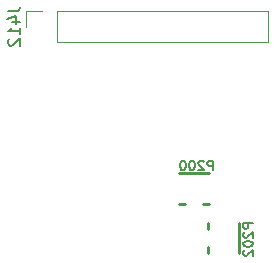
<source format=gbo>
G04 #@! TF.GenerationSoftware,KiCad,Pcbnew,7.0.7*
G04 #@! TF.CreationDate,2024-01-15T15:13:53+00:00*
G04 #@! TF.ProjectId,cardboard,63617264-626f-4617-9264-2e6b69636164,rev?*
G04 #@! TF.SameCoordinates,Original*
G04 #@! TF.FileFunction,Legend,Bot*
G04 #@! TF.FilePolarity,Positive*
%FSLAX46Y46*%
G04 Gerber Fmt 4.6, Leading zero omitted, Abs format (unit mm)*
G04 Created by KiCad (PCBNEW 7.0.7) date 2024-01-15 15:13:53*
%MOMM*%
%LPD*%
G01*
G04 APERTURE LIST*
%ADD10C,0.200000*%
%ADD11C,0.150000*%
%ADD12C,0.254000*%
%ADD13C,0.120000*%
%ADD14R,1.000000X1.000000*%
%ADD15C,1.000000*%
%ADD16C,6.400000*%
%ADD17R,1.700000X1.700000*%
%ADD18O,1.700000X1.700000*%
%ADD19R,1.050000X1.050000*%
%ADD20R,2.200000X1.050000*%
%ADD21R,1.050000X2.200000*%
G04 APERTURE END LIST*
D10*
X113974695Y-75817619D02*
X113174695Y-75817619D01*
X113174695Y-75817619D02*
X113174695Y-76122381D01*
X113174695Y-76122381D02*
X113212790Y-76198571D01*
X113212790Y-76198571D02*
X113250885Y-76236666D01*
X113250885Y-76236666D02*
X113327076Y-76274762D01*
X113327076Y-76274762D02*
X113441361Y-76274762D01*
X113441361Y-76274762D02*
X113517552Y-76236666D01*
X113517552Y-76236666D02*
X113555647Y-76198571D01*
X113555647Y-76198571D02*
X113593742Y-76122381D01*
X113593742Y-76122381D02*
X113593742Y-75817619D01*
X113250885Y-76579523D02*
X113212790Y-76617619D01*
X113212790Y-76617619D02*
X113174695Y-76693809D01*
X113174695Y-76693809D02*
X113174695Y-76884285D01*
X113174695Y-76884285D02*
X113212790Y-76960476D01*
X113212790Y-76960476D02*
X113250885Y-76998571D01*
X113250885Y-76998571D02*
X113327076Y-77036666D01*
X113327076Y-77036666D02*
X113403266Y-77036666D01*
X113403266Y-77036666D02*
X113517552Y-76998571D01*
X113517552Y-76998571D02*
X113974695Y-76541428D01*
X113974695Y-76541428D02*
X113974695Y-77036666D01*
X113174695Y-77531905D02*
X113174695Y-77608095D01*
X113174695Y-77608095D02*
X113212790Y-77684286D01*
X113212790Y-77684286D02*
X113250885Y-77722381D01*
X113250885Y-77722381D02*
X113327076Y-77760476D01*
X113327076Y-77760476D02*
X113479457Y-77798571D01*
X113479457Y-77798571D02*
X113669933Y-77798571D01*
X113669933Y-77798571D02*
X113822314Y-77760476D01*
X113822314Y-77760476D02*
X113898504Y-77722381D01*
X113898504Y-77722381D02*
X113936600Y-77684286D01*
X113936600Y-77684286D02*
X113974695Y-77608095D01*
X113974695Y-77608095D02*
X113974695Y-77531905D01*
X113974695Y-77531905D02*
X113936600Y-77455714D01*
X113936600Y-77455714D02*
X113898504Y-77417619D01*
X113898504Y-77417619D02*
X113822314Y-77379524D01*
X113822314Y-77379524D02*
X113669933Y-77341428D01*
X113669933Y-77341428D02*
X113479457Y-77341428D01*
X113479457Y-77341428D02*
X113327076Y-77379524D01*
X113327076Y-77379524D02*
X113250885Y-77417619D01*
X113250885Y-77417619D02*
X113212790Y-77455714D01*
X113212790Y-77455714D02*
X113174695Y-77531905D01*
X113250885Y-78103333D02*
X113212790Y-78141429D01*
X113212790Y-78141429D02*
X113174695Y-78217619D01*
X113174695Y-78217619D02*
X113174695Y-78408095D01*
X113174695Y-78408095D02*
X113212790Y-78484286D01*
X113212790Y-78484286D02*
X113250885Y-78522381D01*
X113250885Y-78522381D02*
X113327076Y-78560476D01*
X113327076Y-78560476D02*
X113403266Y-78560476D01*
X113403266Y-78560476D02*
X113517552Y-78522381D01*
X113517552Y-78522381D02*
X113974695Y-78065238D01*
X113974695Y-78065238D02*
X113974695Y-78560476D01*
D11*
X93249819Y-57884285D02*
X93964104Y-57884285D01*
X93964104Y-57884285D02*
X94106961Y-57836666D01*
X94106961Y-57836666D02*
X94202200Y-57741428D01*
X94202200Y-57741428D02*
X94249819Y-57598571D01*
X94249819Y-57598571D02*
X94249819Y-57503333D01*
X93583152Y-58789047D02*
X94249819Y-58789047D01*
X93202200Y-58550952D02*
X93916485Y-58312857D01*
X93916485Y-58312857D02*
X93916485Y-58931904D01*
X94249819Y-59836666D02*
X94249819Y-59265238D01*
X94249819Y-59550952D02*
X93249819Y-59550952D01*
X93249819Y-59550952D02*
X93392676Y-59455714D01*
X93392676Y-59455714D02*
X93487914Y-59360476D01*
X93487914Y-59360476D02*
X93535533Y-59265238D01*
X93345057Y-60217619D02*
X93297438Y-60265238D01*
X93297438Y-60265238D02*
X93249819Y-60360476D01*
X93249819Y-60360476D02*
X93249819Y-60598571D01*
X93249819Y-60598571D02*
X93297438Y-60693809D01*
X93297438Y-60693809D02*
X93345057Y-60741428D01*
X93345057Y-60741428D02*
X93440295Y-60789047D01*
X93440295Y-60789047D02*
X93535533Y-60789047D01*
X93535533Y-60789047D02*
X93678390Y-60741428D01*
X93678390Y-60741428D02*
X94249819Y-60170000D01*
X94249819Y-60170000D02*
X94249819Y-60789047D01*
D10*
X110567380Y-71329695D02*
X110567380Y-70529695D01*
X110567380Y-70529695D02*
X110262618Y-70529695D01*
X110262618Y-70529695D02*
X110186428Y-70567790D01*
X110186428Y-70567790D02*
X110148333Y-70605885D01*
X110148333Y-70605885D02*
X110110237Y-70682076D01*
X110110237Y-70682076D02*
X110110237Y-70796361D01*
X110110237Y-70796361D02*
X110148333Y-70872552D01*
X110148333Y-70872552D02*
X110186428Y-70910647D01*
X110186428Y-70910647D02*
X110262618Y-70948742D01*
X110262618Y-70948742D02*
X110567380Y-70948742D01*
X109805476Y-70605885D02*
X109767380Y-70567790D01*
X109767380Y-70567790D02*
X109691190Y-70529695D01*
X109691190Y-70529695D02*
X109500714Y-70529695D01*
X109500714Y-70529695D02*
X109424523Y-70567790D01*
X109424523Y-70567790D02*
X109386428Y-70605885D01*
X109386428Y-70605885D02*
X109348333Y-70682076D01*
X109348333Y-70682076D02*
X109348333Y-70758266D01*
X109348333Y-70758266D02*
X109386428Y-70872552D01*
X109386428Y-70872552D02*
X109843571Y-71329695D01*
X109843571Y-71329695D02*
X109348333Y-71329695D01*
X108853094Y-70529695D02*
X108776904Y-70529695D01*
X108776904Y-70529695D02*
X108700713Y-70567790D01*
X108700713Y-70567790D02*
X108662618Y-70605885D01*
X108662618Y-70605885D02*
X108624523Y-70682076D01*
X108624523Y-70682076D02*
X108586428Y-70834457D01*
X108586428Y-70834457D02*
X108586428Y-71024933D01*
X108586428Y-71024933D02*
X108624523Y-71177314D01*
X108624523Y-71177314D02*
X108662618Y-71253504D01*
X108662618Y-71253504D02*
X108700713Y-71291600D01*
X108700713Y-71291600D02*
X108776904Y-71329695D01*
X108776904Y-71329695D02*
X108853094Y-71329695D01*
X108853094Y-71329695D02*
X108929285Y-71291600D01*
X108929285Y-71291600D02*
X108967380Y-71253504D01*
X108967380Y-71253504D02*
X109005475Y-71177314D01*
X109005475Y-71177314D02*
X109043571Y-71024933D01*
X109043571Y-71024933D02*
X109043571Y-70834457D01*
X109043571Y-70834457D02*
X109005475Y-70682076D01*
X109005475Y-70682076D02*
X108967380Y-70605885D01*
X108967380Y-70605885D02*
X108929285Y-70567790D01*
X108929285Y-70567790D02*
X108853094Y-70529695D01*
X108091189Y-70529695D02*
X108014999Y-70529695D01*
X108014999Y-70529695D02*
X107938808Y-70567790D01*
X107938808Y-70567790D02*
X107900713Y-70605885D01*
X107900713Y-70605885D02*
X107862618Y-70682076D01*
X107862618Y-70682076D02*
X107824523Y-70834457D01*
X107824523Y-70834457D02*
X107824523Y-71024933D01*
X107824523Y-71024933D02*
X107862618Y-71177314D01*
X107862618Y-71177314D02*
X107900713Y-71253504D01*
X107900713Y-71253504D02*
X107938808Y-71291600D01*
X107938808Y-71291600D02*
X108014999Y-71329695D01*
X108014999Y-71329695D02*
X108091189Y-71329695D01*
X108091189Y-71329695D02*
X108167380Y-71291600D01*
X108167380Y-71291600D02*
X108205475Y-71253504D01*
X108205475Y-71253504D02*
X108243570Y-71177314D01*
X108243570Y-71177314D02*
X108281666Y-71024933D01*
X108281666Y-71024933D02*
X108281666Y-70834457D01*
X108281666Y-70834457D02*
X108243570Y-70682076D01*
X108243570Y-70682076D02*
X108205475Y-70605885D01*
X108205475Y-70605885D02*
X108167380Y-70567790D01*
X108167380Y-70567790D02*
X108091189Y-70529695D01*
D12*
X112800000Y-75770000D02*
X112800000Y-78370000D01*
X110200000Y-75770000D02*
X110200000Y-76300330D01*
X110200000Y-78370000D02*
X110200000Y-77858000D01*
D13*
X115235000Y-57840000D02*
X115235000Y-60500000D01*
X97395000Y-57840000D02*
X115235000Y-57840000D01*
X97395000Y-57840000D02*
X97395000Y-60500000D01*
X96125000Y-57840000D02*
X94795000Y-57840000D01*
X94795000Y-57840000D02*
X94795000Y-59170000D01*
X97395000Y-60500000D02*
X115235000Y-60500000D01*
D12*
X107700000Y-71570000D02*
X110300000Y-71570000D01*
X107700000Y-74170000D02*
X108230330Y-74170000D01*
X110300000Y-74170000D02*
X109788000Y-74170000D01*
%LPC*%
D14*
X117715000Y-70600000D03*
D15*
X117515000Y-109170000D03*
D14*
X102000000Y-64670000D03*
X108000000Y-62270000D03*
X112515000Y-63170000D03*
D16*
X122015000Y-73170000D03*
D14*
X89915000Y-67470000D03*
D16*
X88015000Y-73170000D03*
D15*
X92515000Y-109170000D03*
D14*
X112635000Y-70600000D03*
X115175000Y-70600000D03*
D17*
X106340000Y-83270000D03*
D18*
X108880000Y-83270000D03*
D19*
X109975000Y-77070000D03*
D20*
X111500000Y-75595000D03*
X111500000Y-78545000D03*
D17*
X96125000Y-59170000D03*
D18*
X98665000Y-59170000D03*
X101205000Y-59170000D03*
X103745000Y-59170000D03*
X106285000Y-59170000D03*
X108825000Y-59170000D03*
X111365000Y-59170000D03*
X113905000Y-59170000D03*
D19*
X109000000Y-74395000D03*
D21*
X107525000Y-72870000D03*
X110475000Y-72870000D03*
%LPD*%
M02*

</source>
